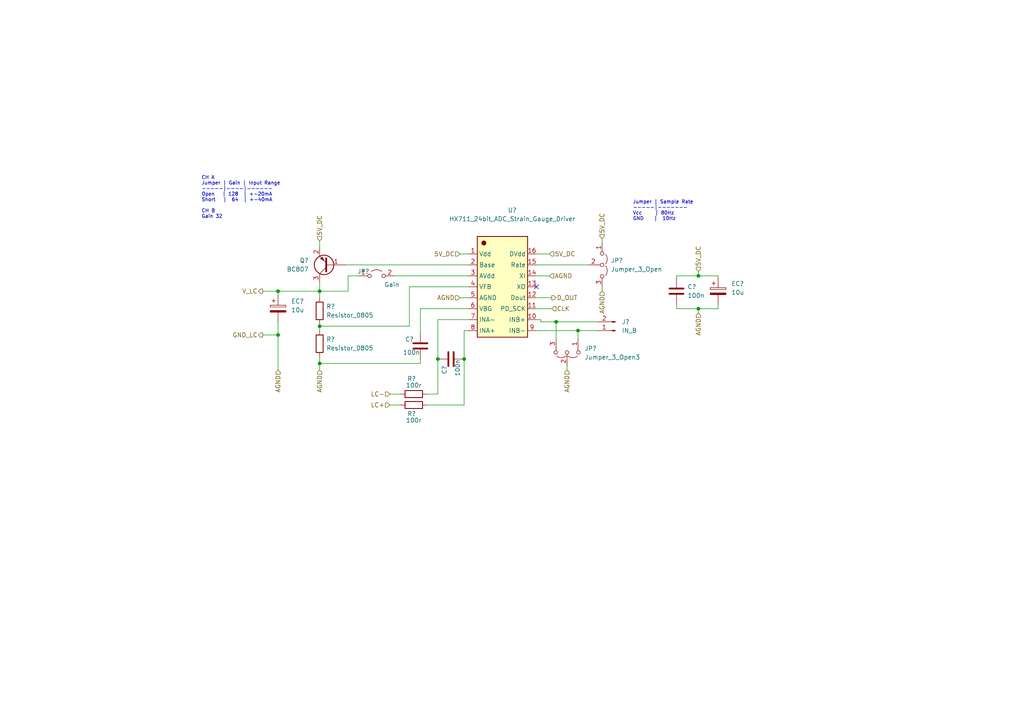
<source format=kicad_sch>
(kicad_sch (version 20211123) (generator eeschema)
  (paper "A4")
  (lib_symbols
    (symbol "000_Capacitor_Electrolytic_Immo:22u" (pin_numbers hide) (pin_names (offset 0.254))
      (property "Reference" "EC" (at 0.635 2.54 0))
      (property "Value" "22u" (at 0.635 -2.54 0))
      (symbol "22u_0_1"
        (rectangle (start -2.286 0.508) (end 2.286 1.016))
        (polyline (pts (xy -1.778 2.286) (xy -0.762 2.286)))
        (polyline (pts (xy -1.27 2.794) (xy -1.27 1.778)))
        (rectangle (start 2.286 -0.508) (end -2.286 -1.016) (fill (type outline)))
      )
      (symbol "22u_1_1"
        (pin passive line (at 0 3.81 270) (length 2.794) (name "~") (number "1"))
        (pin passive line (at 0 -3.81 90) (length 2.794) (name "~") (number "2"))
      )
    )
    (symbol "000_Capacitor_Film_Immo:cap_film_0805" (pin_numbers hide) (pin_names (offset 0.254))
      (property "Reference" "C" (at 0.635 2.54 0))
      (property "Value" "cap_film_0805" (at 0.635 -2.54 0))
      (symbol "cap_film_0805_0_1"
        (polyline (pts (xy -2.032 -0.762) (xy 2.032 -0.762)) (stroke (width 0.508)))
        (polyline (pts (xy -2.032 0.762) (xy 2.032 0.762)) (stroke (width 0.508)))
      )
      (symbol "cap_film_0805_1_1"
        (pin passive line (at 0 3.81 270) (length 2.794) (name "~") (number "1"))
        (pin passive line (at 0 -3.81 90) (length 2.794) (name "~") (number "2"))
      )
    )
    (symbol "000_Connectors_Immo:Jumper_3_Open3" (pin_names (offset 0) hide)
      (property "Reference" "JP" (at -5.715 5.08 0))
      (property "Value" "Jumper_3_Open3" (at 0 2.794 0))
      (symbol "Jumper_3_Open3_0_0"
        (circle (center -3.302 0) (radius 0.508))
        (circle (center 0 0) (radius 0.508))
        (circle (center 3.302 0) (radius 0.508))
      )
      (symbol "Jumper_3_Open3_0_1"
        (arc (start -0.254 1.016) (mid -1.651 1.4992) (end -3.048 1.016))
        (polyline (pts (xy -3.175 -1.27) (xy -3.175 -0.635)))
        (polyline (pts (xy 0 1.27) (xy 0 0.508)))
        (polyline (pts (xy 3.175 -1.27) (xy 3.175 -0.635)))
        (arc (start 3.048 1.016) (mid 1.651 1.4992) (end 0.254 1.016))
      )
      (symbol "Jumper_3_Open3_1_1"
        (pin passive line (at -3.175 -3.81 90) (length 2.54) (name "A") (number "1"))
        (pin input line (at 0 3.81 270) (length 2.54) (name "C") (number "2"))
        (pin passive line (at 3.175 -3.81 90) (length 2.54) (name "B") (number "3"))
      )
    )
    (symbol "000_Pin_Headers_Immo:Conn_01x02_Male" (pin_names (offset 1.016) hide)
      (property "Reference" "J" (at 0 2.54 0))
      (property "Value" "Conn_01x02_Male" (at 0 -5.08 0))
      (symbol "Conn_01x02_Male_1_1"
        (polyline (pts (xy 1.27 -2.54) (xy 0.8636 -2.54)) (stroke (width 0.1524)))
        (polyline (pts (xy 1.27 0) (xy 0.8636 0)) (stroke (width 0.1524)))
        (rectangle (start 0.8636 -2.413) (end 0 -2.667) (stroke (width 0.1524)) (fill (type outline)))
        (rectangle (start 0.8636 0.127) (end 0 -0.127) (stroke (width 0.1524)) (fill (type outline)))
        (pin passive line (at 5.08 0 180) (length 3.81) (name "Pin_1") (number "1"))
        (pin passive line (at 5.08 -2.54 180) (length 3.81) (name "Pin_2") (number "2"))
      )
    )
    (symbol "000_Resistors_Immo:Resistor_0805" (pin_numbers hide) (pin_names (offset 0))
      (property "Reference" "R?" (at -2.54 3.81 0))
      (property "Value" "Resistor_0805" (at -5.08 2.54 0))
      (symbol "Resistor_0805_0_1"
        (rectangle (start 2.54 -1.016) (end -2.54 1.016) (stroke (width 0.254)))
      )
      (symbol "Resistor_0805_1_1"
        (pin passive line (at -3.81 0 0) (length 1.27) (name "~") (number "1"))
        (pin passive line (at 3.81 0 180) (length 1.27) (name "~") (number "2"))
      )
    )
    (symbol "000_Sensors_Immo:HX711_24bit_ADC_Strain_Gauge_Driver"
      (property "Reference" "U" (at 13.97 36.195 0))
      (property "Value" "HX711_24bit_ADC_Strain_Gauge_Driver" (at 13.335 32.385 0))
      (symbol "HX711_24bit_ADC_Strain_Gauge_Driver_0_1"
        (rectangle (start -6.35 14.605) (end 8.255 -14.605) (stroke (width 0.254)) (fill (type background)))
        (circle (center -4.445 12.7) (radius 0.635) (fill (type outline)))
      )
      (symbol "HX711_24bit_ADC_Strain_Gauge_Driver_1_1"
        (pin power_in line (at -8.89 9.525 0) (length 2.54) (name "Vdd") (number "1"))
        (pin input line (at 10.795 -9.525 180) (length 2.54) (name "INB+") (number "10"))
        (pin input line (at 10.795 -6.35 180) (length 2.54) (name "PD_SCK") (number "11"))
        (pin output line (at 10.795 -3.175 180) (length 2.54) (name "Dout") (number "12"))
        (pin bidirectional line (at 10.795 0 180) (length 2.54) (name "XO") (number "13"))
        (pin input line (at 10.795 3.175 180) (length 2.54) (name "XI") (number "14"))
        (pin input line (at 10.795 6.35 180) (length 2.54) (name "Rate") (number "15"))
        (pin power_in line (at 10.795 9.525 180) (length 2.54) (name "DVdd") (number "16"))
        (pin output line (at -8.89 6.35 0) (length 2.54) (name "Base") (number "2"))
        (pin power_in line (at -8.89 3.175 0) (length 2.54) (name "AVdd") (number "3"))
        (pin input line (at -8.89 0 0) (length 2.54) (name "VFB") (number "4"))
        (pin power_in line (at -8.89 -3.175 0) (length 2.54) (name "AGND") (number "5"))
        (pin output line (at -8.89 -6.35 0) (length 2.54) (name "VBG") (number "6"))
        (pin input line (at -8.89 -9.525 0) (length 2.54) (name "INA-") (number "7"))
        (pin input line (at -8.89 -12.7 0) (length 2.54) (name "INA+") (number "8"))
        (pin input line (at 10.795 -12.7 180) (length 2.54) (name "INB-") (number "9"))
      )
    )
    (symbol "Jumper:Jumper_3_Open" (pin_names (offset 0) hide)
      (property "Reference" "JP" (at -2.54 -2.54 0))
      (property "Value" "Jumper_3_Open" (at 0 2.794 0))
      (symbol "Jumper_3_Open_0_0"
        (circle (center -3.302 0) (radius 0.508))
        (circle (center 0 0) (radius 0.508))
        (circle (center 3.302 0) (radius 0.508))
      )
      (symbol "Jumper_3_Open_0_1"
        (arc (start -0.254 1.016) (mid -1.651 1.4992) (end -3.048 1.016))
        (polyline (pts (xy 0 -0.508) (xy 0 -1.27)))
        (arc (start 3.048 1.016) (mid 1.651 1.4992) (end 0.254 1.016))
      )
      (symbol "Jumper_3_Open_1_1"
        (pin passive line (at -6.35 0 0) (length 2.54) (name "A") (number "1"))
        (pin input line (at 0 -3.81 90) (length 2.54) (name "C") (number "2"))
        (pin passive line (at 6.35 0 180) (length 2.54) (name "B") (number "3"))
      )
    )
    (symbol "Jumper_2_Open_1" (pin_names (offset 0) hide)
      (property "Reference" "JP" (at 0 2.794 0))
      (property "Value" "Jumper_2_Open_1" (at 0 -2.286 0))
      (symbol "Jumper_2_Open_1_0_0"
        (circle (center -2.032 0) (radius 0.508))
        (circle (center 2.032 0) (radius 0.508))
      )
      (symbol "Jumper_2_Open_1_0_1"
        (arc (start 1.524 1.27) (mid 0 1.778) (end -1.524 1.27))
      )
      (symbol "Jumper_2_Open_1_1_1"
        (pin passive line (at -5.08 0 0) (length 2.54) (name "A") (number "1"))
        (pin passive line (at 5.08 0 180) (length 2.54) (name "B") (number "2"))
      )
    )
    (symbol "Transistor_BJT:BC807" (pin_names (offset 0) hide)
      (property "Reference" "Q" (at 5.08 1.905 0))
      (property "Value" "BC807" (at 5.08 0 0))
      (symbol "BC807_0_1"
        (polyline (pts (xy 0.635 0.635) (xy 2.54 2.54)))
        (polyline (pts (xy 0.635 -0.635) (xy 2.54 -2.54) (xy 2.54 -2.54)))
        (polyline (pts (xy 0.635 1.905) (xy 0.635 -1.905) (xy 0.635 -1.905)) (stroke (width 0.508)))
        (polyline (pts (xy 2.286 -1.778) (xy 1.778 -2.286) (xy 1.27 -1.27) (xy 2.286 -1.778) (xy 2.286 -1.778)) (fill (type outline)))
        (circle (center 1.27 0) (radius 2.8194) (stroke (width 0.254)))
      )
      (symbol "BC807_1_1"
        (pin input line (at -5.08 0 0) (length 5.715) (name "B") (number "1"))
        (pin passive line (at 2.54 -5.08 90) (length 2.54) (name "E") (number "2"))
        (pin passive line (at 2.54 5.08 270) (length 2.54) (name "C") (number "3"))
      )
    )
  )
  (junction (at 134.62 104.14))
  (junction (at 92.71 84.455))
  (junction (at 167.64 95.885))
  (junction (at 92.71 94.615))
  (junction (at 161.29 93.345))
  (junction (at 202.565 80.01))
  (junction (at 92.71 105.41))
  (junction (at 202.565 89.535))
  (junction (at 80.645 84.455))
  (junction (at 127 104.14))
  (junction (at 80.645 97.155))
  (no_connect (at 155.575 83.185))
  (wire (pts (xy 92.71 105.41) (xy 121.92 105.41)))
  (wire (pts (xy 167.64 95.885) (xy 167.64 98.425)))
  (wire (pts (xy 155.575 73.66) (xy 159.385 73.66)))
  (wire (pts (xy 196.215 89.535) (xy 202.565 89.535)))
  (wire (pts (xy 121.92 89.535) (xy 135.89 89.535)))
  (wire (pts (xy 155.575 80.01) (xy 159.385 80.01)))
  (wire (pts (xy 133.35 73.66) (xy 135.89 73.66)))
  (wire (pts (xy 100.33 76.835) (xy 135.89 76.835)))
  (wire (pts (xy 92.71 94.615) (xy 92.71 95.885)))
  (wire (pts (xy 202.565 89.535) (xy 208.28 89.535)))
  (wire (pts (xy 164.465 106.045) (xy 164.465 107.315)))
  (wire (pts (xy 92.71 69.85) (xy 92.71 71.755)))
  (wire (pts (xy 92.71 93.98) (xy 92.71 94.615)))
  (wire (pts (xy 76.2 84.455) (xy 80.645 84.455)))
  (wire (pts (xy 167.64 95.885) (xy 173.355 95.885)))
  (wire (pts (xy 80.645 97.155) (xy 80.645 107.315)))
  (wire (pts (xy 208.28 88.265) (xy 208.28 89.535)))
  (wire (pts (xy 127 104.14) (xy 127 92.71)))
  (wire (pts (xy 174.625 69.215) (xy 174.625 70.485)))
  (wire (pts (xy 92.71 105.41) (xy 92.71 107.315)))
  (wire (pts (xy 118.745 83.185) (xy 135.89 83.185)))
  (wire (pts (xy 100.965 80.01) (xy 104.14 80.01)))
  (wire (pts (xy 76.2 97.155) (xy 80.645 97.155)))
  (wire (pts (xy 80.645 84.455) (xy 92.71 84.455)))
  (wire (pts (xy 134.62 117.475) (xy 134.62 104.14)))
  (wire (pts (xy 80.645 84.455) (xy 80.645 85.725)))
  (wire (pts (xy 127 92.71) (xy 135.89 92.71)))
  (wire (pts (xy 202.565 89.535) (xy 202.565 90.805)))
  (wire (pts (xy 123.825 117.475) (xy 134.62 117.475)))
  (wire (pts (xy 202.565 80.01) (xy 208.28 80.01)))
  (wire (pts (xy 155.575 86.36) (xy 160.02 86.36)))
  (wire (pts (xy 202.565 78.74) (xy 202.565 80.01)))
  (wire (pts (xy 173.355 93.345) (xy 161.29 93.345)))
  (wire (pts (xy 155.575 95.885) (xy 167.64 95.885)))
  (wire (pts (xy 92.71 81.915) (xy 92.71 84.455)))
  (wire (pts (xy 161.29 93.345) (xy 156.845 93.345)))
  (wire (pts (xy 113.03 114.3) (xy 116.205 114.3)))
  (wire (pts (xy 92.71 84.455) (xy 100.965 84.455)))
  (wire (pts (xy 123.825 114.3) (xy 127 114.3)))
  (wire (pts (xy 134.62 104.14) (xy 134.62 95.885)))
  (wire (pts (xy 196.215 88.265) (xy 196.215 89.535)))
  (wire (pts (xy 121.92 105.41) (xy 121.92 104.14)))
  (wire (pts (xy 196.215 80.01) (xy 196.215 80.645)))
  (wire (pts (xy 133.35 86.36) (xy 135.89 86.36)))
  (wire (pts (xy 127 114.3) (xy 127 104.14)))
  (wire (pts (xy 113.03 117.475) (xy 116.205 117.475)))
  (wire (pts (xy 92.71 103.505) (xy 92.71 105.41)))
  (wire (pts (xy 118.745 94.615) (xy 118.745 83.185)))
  (wire (pts (xy 92.71 84.455) (xy 92.71 86.36)))
  (wire (pts (xy 134.62 95.885) (xy 135.89 95.885)))
  (wire (pts (xy 208.28 80.01) (xy 208.28 80.645)))
  (wire (pts (xy 114.3 80.01) (xy 135.89 80.01)))
  (wire (pts (xy 80.645 93.345) (xy 80.645 97.155)))
  (wire (pts (xy 156.845 93.345) (xy 156.845 92.71)))
  (wire (pts (xy 156.845 92.71) (xy 155.575 92.71)))
  (wire (pts (xy 196.215 80.01) (xy 202.565 80.01)))
  (wire (pts (xy 92.71 94.615) (xy 118.745 94.615)))
  (wire (pts (xy 174.625 83.185) (xy 174.625 84.455)))
  (wire (pts (xy 100.965 84.455) (xy 100.965 80.01)))
  (wire (pts (xy 161.29 93.345) (xy 161.29 98.425)))
  (wire (pts (xy 155.575 89.535) (xy 160.02 89.535)))
  (wire (pts (xy 155.575 76.835) (xy 170.815 76.835)))
  (wire (pts (xy 121.92 96.52) (xy 121.92 89.535)))
  (text "CH A\nJumper | Gain | Input Range\n-----|----|------\nOpen   | 128  | +-20mA\nShort   |  64  | +-40mA\n\nCH B\nGain 32\n" (at 58.42 63.5 0) (effects (font (size 1 1)) (justify left bottom)))
  (text "Jumper | Sample Rate\n-----|-------\nVcc     | 80Hz\nGND    |  10Hz\n" (at 183.515 64.135 0) (effects (font (size 1 1)) (justify left bottom)))
  (hierarchical_label "AGND" (shape input) (at 202.565 90.805 270))
  (hierarchical_label "5V_DC" (shape input) (at 202.565 78.74 90))
  (hierarchical_label "LC+" (shape input) (at 113.03 117.475 180))
  (hierarchical_label "LC-" (shape input) (at 113.03 114.3 180))
  (hierarchical_label "AGND" (shape input) (at 164.465 107.315 270))
  (hierarchical_label "5V_DC" (shape input) (at 159.385 73.66 0))
  (hierarchical_label "AGND" (shape input) (at 80.645 107.315 270))
  (hierarchical_label "V_LC" (shape output) (at 76.2 84.455 180))
  (hierarchical_label "5V_DC" (shape input) (at 92.71 69.85 90))
  (hierarchical_label "5V_DC" (shape input) (at 174.625 69.215 90))
  (hierarchical_label "AGND" (shape input) (at 92.71 107.315 270))
  (hierarchical_label "D_OUT" (shape output) (at 160.02 86.36 0))
  (hierarchical_label "CLK" (shape input) (at 160.02 89.535 0))
  (hierarchical_label "AGND" (shape input) (at 159.385 80.01 0))
  (hierarchical_label "GND_LC" (shape output) (at 76.2 97.155 180))
  (hierarchical_label "AGND" (shape input) (at 133.35 86.36 180))
  (hierarchical_label "5V_DC" (shape input) (at 133.35 73.66 180))
  (hierarchical_label "AGND" (shape input) (at 174.625 84.455 270))
  (symbol (lib_id "000_Capacitor_Film_Immo:cap_film_0805") (at 130.81 104.14 90)
    (property "Reference" "C?" (at 128.905 108.585 0) (effects (justify left)))
    (property "Value" "100n" (at 132.715 109.22 0) (effects (justify left)))
    (property "Footprint" "Capacitor_SMD:C_0805_2012Metric_Pad1.18x1.45mm_HandSolder" (effects hide))
  )
  (symbol (lib_id "000_Capacitor_Electrolytic_Immo:22u") (at 80.645 89.535 0)
    (property "Reference" "EC?" (at 84.455 87.3759 0) (effects (justify left)))
    (property "Value" "10u" (at 84.455 89.9159 0) (effects (justify left)))
    (property "Footprint" "Capacitor_SMD:CP_Elec_6.3x5.9" (effects hide))
  )
  (symbol (lib_id "000_Resistors_Immo:Resistor_0805") (at 92.71 90.17 90)
    (property "Reference" "R?" (at 94.615 88.8999 90) (effects (justify right)))
    (property "Value" "Resistor_0805" (at 94.615 91.4399 90) (effects (justify right)))
    (property "Footprint" "Resistor_SMD:R_0805_2012Metric_Pad1.20x1.40mm_HandSolder" (effects hide))
  )
  (symbol (lib_id "000_Resistors_Immo:Resistor_0805") (at 120.015 117.475 180)
    (property "Reference" "R?" (at 119.38 120.015 0))
    (property "Value" "100r" (at 120.015 121.92 0))
    (property "Footprint" "Resistor_SMD:R_0805_2012Metric_Pad1.20x1.40mm_HandSolder" (effects hide))
  )
  (symbol (lib_id "000_Capacitor_Electrolytic_Immo:22u") (at 208.28 84.455 0)
    (property "Reference" "EC?" (at 212.09 82.2959 0) (effects (justify left)))
    (property "Value" "10u" (at 212.09 84.8359 0) (effects (justify left)))
    (property "Footprint" "Capacitor_SMD:CP_Elec_6.3x5.9" (effects hide))
  )
  (symbol (lib_id "000_Resistors_Immo:Resistor_0805") (at 120.015 114.3 180)
    (property "Reference" "R?" (at 119.38 109.855 0))
    (property "Value" "100r" (at 120.015 111.76 0))
    (property "Footprint" "Resistor_SMD:R_0805_2012Metric_Pad1.20x1.40mm_HandSolder" (effects hide))
  )
  (symbol (lib_name "Jumper_2_Open_1") (lib_id "Jumper:Jumper_2_Open") (at 109.22 80.01 0)
    (property "Reference" "JP?" (at 105.41 78.74 0))
    (property "Value" "Gain" (at 113.665 82.55 0))
    (property "Footprint" "Jumper:SolderJumper-2_P1.3mm_Open_RoundedPad1.0x1.5mm" (effects hide))
  )
  (symbol (lib_id "000_Capacitor_Film_Immo:cap_film_0805") (at 196.215 84.455 0)
    (property "Reference" "C?" (at 199.39 83.1849 0) (effects (justify left)))
    (property "Value" "100n" (at 199.39 85.7249 0) (effects (justify left)))
    (property "Footprint" "Capacitor_SMD:C_0805_2012Metric_Pad1.18x1.45mm_HandSolder" (effects hide))
  )
  (symbol (lib_id "000_Resistors_Immo:Resistor_0805") (at 92.71 99.695 90)
    (property "Reference" "R?" (at 94.615 98.4249 90) (effects (justify right)))
    (property "Value" "Resistor_0805" (at 94.615 100.9649 90) (effects (justify right)))
    (property "Footprint" "Resistor_SMD:R_0805_2012Metric_Pad1.20x1.40mm_HandSolder" (effects hide))
  )
  (symbol (lib_id "000_Capacitor_Film_Immo:cap_film_0805") (at 121.92 100.33 0)
    (property "Reference" "C?" (at 117.475 98.425 0) (effects (justify left)))
    (property "Value" "100n" (at 116.84 102.235 0) (effects (justify left)))
    (property "Footprint" "Capacitor_SMD:C_0805_2012Metric_Pad1.18x1.45mm_HandSolder" (effects hide))
  )
  (symbol (lib_id "Jumper:Jumper_3_Open") (at 174.625 76.835 270)
    (property "Reference" "JP?" (at 177.165 75.5649 90) (effects (justify left)))
    (property "Value" "Jumper_3_Open" (at 177.165 78.1049 90) (effects (justify left)))
  )
  (symbol (lib_id "Transistor_BJT:BC807") (at 95.25 76.835 180)
    (property "Reference" "Q?" (at 89.535 75.5649 0) (effects (justify left)))
    (property "Value" "BC807" (at 89.535 78.1049 0) (effects (justify left)))
    (property "Footprint" "Package_TO_SOT_SMD:SOT-23" (effects hide))
    (property "Datasheet" "https://www.onsemi.com/pub/Collateral/BC808-D.pdf" (effects hide))
  )
  (symbol (lib_id "000_Pin_Headers_Immo:Conn_01x02_Male") (at 178.435 95.885 180)
    (property "Reference" "J?" (at 180.34 93.3449 0) (effects (justify right)))
    (property "Value" "IN_B" (at 180.34 95.8849 0) (effects (justify right)))
    (property "Footprint" "Connector_PinHeader_1.27mm:PinHeader_1x02_P1.27mm_Vertical" (effects hide))
  )
  (symbol (lib_id "000_Sensors_Immo:HX711_24bit_ADC_Strain_Gauge_Driver") (at 144.78 83.185 0)
    (property "Reference" "U?" (at 148.59 60.96 0))
    (property "Value" "HX711_24bit_ADC_Strain_Gauge_Driver" (at 148.59 63.5 0))
    (property "Footprint" "Package_SO:SOP-16_4.55x10.3mm_P1.27mm" (effects hide))
    (property "Datasheet" "https://www.digikey.com/htmldatasheets/production/1836471/0/0/1/hx711.html" (effects hide))
  )
  (symbol (lib_id "000_Connectors_Immo:Jumper_3_Open3") (at 164.465 102.235 180)
    (property "Reference" "JP?" (at 169.545 101.0795 0) (effects (justify right)))
    (property "Value" "Jumper_3_Open3" (at 169.545 103.6195 0) (effects (justify right)))
  )
)
</source>
